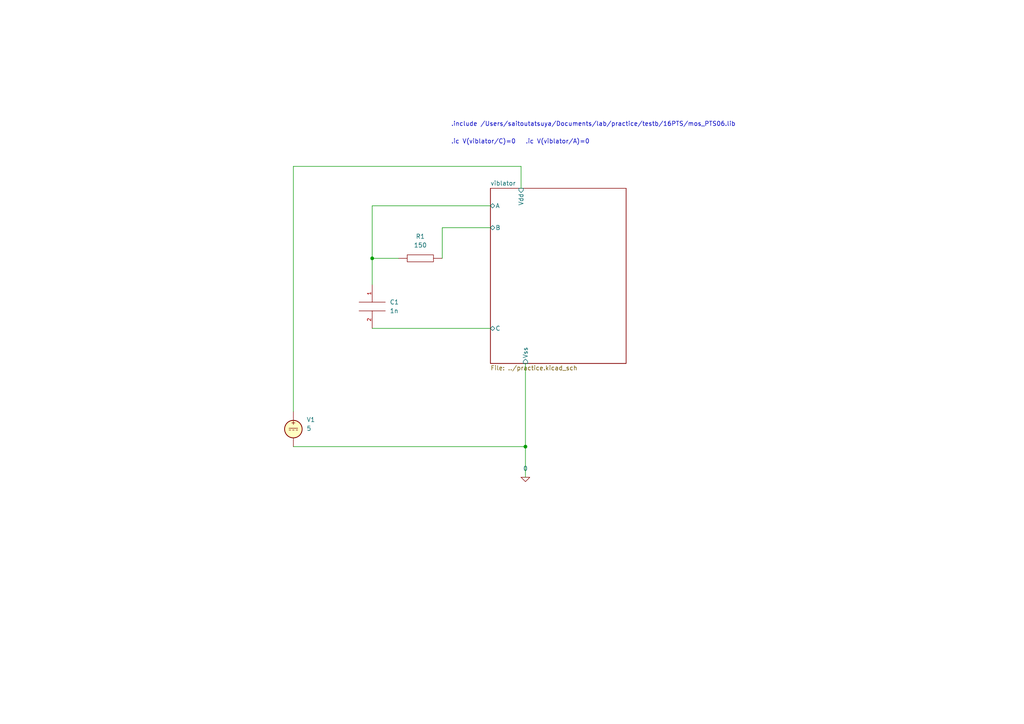
<source format=kicad_sch>
(kicad_sch (version 20211123) (generator eeschema)
  (paper "A4")
  (lib_symbols
    (symbol "0_OR1Symbols:0" (power) (pin_names (offset 0))
      (property "Value" "0" (at 0 -1.27 0))
      (symbol "0_0_1"
        (polyline (pts (xy -1.27 0) (xy 1.27 0) (xy 0 -1.27) (xy -1.27 0)))
      )
      (symbol "0_1_1"
        (pin power_in line (at 0 0 180) (length 0) hide (name "0") (number "1"))
      )
    )
    (symbol "Simulation_SPICE:VDC" (pin_numbers hide) (pin_names (offset 0.0254))
      (property "Reference" "V" (at 2.54 2.54 0))
      (property "Value" "VDC" (at 2.54 0 0))
      (property "Spice_Model" "dc(1)" (at 2.54 -2.54 0))
      (symbol "VDC_0_0"
        (polyline (pts (xy -1.27 0.254) (xy 1.27 0.254)))
        (polyline (pts (xy -0.762 -0.254) (xy -1.27 -0.254)))
        (polyline (pts (xy 0.254 -0.254) (xy -0.254 -0.254)))
        (polyline (pts (xy 1.27 -0.254) (xy 0.762 -0.254)))
        (text "+" (at 0 1.905 0) (effects (font (size 1.27 1.27))))
      )
      (symbol "VDC_0_1"
        (circle (center 0 0) (radius 2.54) (stroke (width 0.254)) (fill (type background)))
      )
      (symbol "VDC_1_1"
        (pin passive line (at 0 5.08 270) (length 2.54) (name "~") (number "1"))
        (pin passive line (at 0 -5.08 90) (length 2.54) (name "~") (number "2"))
      )
    )
    (symbol "pspice:CAP" (pin_names (offset 0.254))
      (property "Reference" "C" (at 2.54 3.81 90))
      (property "Value" "CAP" (at 2.54 -3.81 90))
      (symbol "CAP_0_1"
        (polyline (pts (xy -3.81 -1.27) (xy 3.81 -1.27)))
        (polyline (pts (xy -3.81 1.27) (xy 3.81 1.27)))
      )
      (symbol "CAP_1_1"
        (pin passive line (at 0 6.35 270) (length 5.08) (name "~") (number "1"))
        (pin passive line (at 0 -6.35 90) (length 5.08) (name "~") (number "2"))
      )
    )
    (symbol "pspice:R" (pin_numbers hide) (pin_names (offset 0))
      (property "Reference" "R" (at 2.032 0 90))
      (property "Value" "R" (at 0 0 90))
      (symbol "R_0_1"
        (rectangle (start -1.016 3.81) (end 1.016 -3.81))
      )
      (symbol "R_1_1"
        (pin passive line (at 0 6.35 270) (length 2.54) (name "~") (number "1"))
        (pin passive line (at 0 -6.35 90) (length 2.54) (name "~") (number "2"))
      )
    )
  )
  (junction (at 152.4 129.54))
  (junction (at 107.95 74.93))
  (wire (pts (xy 152.4 105.41) (xy 152.4 129.54)))
  (wire (pts (xy 85.09 129.54) (xy 152.4 129.54)))
  (wire (pts (xy 152.4 129.54) (xy 152.4 138.43)))
  (wire (pts (xy 107.95 95.25) (xy 142.24 95.25)))
  (wire (pts (xy 107.95 59.69) (xy 142.24 59.69)))
  (wire (pts (xy 128.27 74.93) (xy 128.27 66.04)))
  (wire (pts (xy 85.09 119.38) (xy 85.09 48.26)))
  (wire (pts (xy 151.13 48.26) (xy 151.13 54.61)))
  (wire (pts (xy 107.95 74.93) (xy 107.95 59.69)))
  (wire (pts (xy 85.09 48.26) (xy 151.13 48.26)))
  (wire (pts (xy 107.95 74.93) (xy 115.57 74.93)))
  (wire (pts (xy 128.27 66.04) (xy 142.24 66.04)))
  (wire (pts (xy 107.95 82.55) (xy 107.95 74.93)))
  (text ".ic V(viblator/C)=0" (at 130.81 41.91 0) (effects (font (size 1.27 1.27)) (justify left bottom)))
  (text ".ic V(viblator/A)=0" (at 152.4 41.91 0) (effects (font (size 1.27 1.27)) (justify left bottom)))
  (text ".include /Users/saitoutatsuya/Documents/lab/practice/testb/16PTS/mos_PTS06.lib" (at 130.81 36.83 0) (effects (font (size 1.27 1.27)) (justify left bottom)))
  (symbol (lib_id "0_OR1Symbols:0") (at 152.4 138.43 0) (unit 1)
    (property "Reference" "#GND01" (effects hide))
    (property "Value" "0" (at 152.4 135.89 0))
  )
  (symbol (lib_id "pspice:R") (at 121.92 74.93 270) (unit 1)
    (property "Reference" "R1" (at 121.92 68.58 90))
    (property "Value" "150" (at 121.92 71.12 90))
  )
  (symbol (lib_id "pspice:CAP") (at 107.95 88.9 0) (unit 1)
    (property "Reference" "C1" (at 113.03 87.6299 0) (effects (justify left)))
    (property "Value" "1n" (at 113.03 90.1699 0) (effects (justify left)))
  )
  (symbol (lib_id "Simulation_SPICE:VDC") (at 85.09 124.46 0) (unit 1)
    (property "Reference" "V1" (at 88.9 121.7301 0) (effects (justify left)))
    (property "Value" "VDC" (at 88.9 124.2701 0) (effects (justify left)))
    (property "Spice_Netlist_Enabled" "Y" (effects hide))
    (property "Spice_Primitive" "V" (effects hide))
    (property "Spice_Model" "dc 5" (at 88.9 126.8101 0) (effects (justify left)))
  )
  (sheet (at 142.24 54.61) (size 39.37 50.8) (stroke (width 0.1524))
    (property "Sheet name" "viblator" (at 142.24 53.8984 0) (effects (justify left bottom)))
    (property "Sheet file" "../practice.kicad_sch" (at 142.24 105.9946 0) (effects (justify left top)))
    (pin "Vdd" input (at 151.13 54.61 90))
    (pin "Vss" input (at 152.4 105.41 270))
    (pin "A" bidirectional (at 142.24 59.69 180))
    (pin "B" bidirectional (at 142.24 66.04 180))
    (pin "C" bidirectional (at 142.24 95.25 180))
  )
)
</source>
